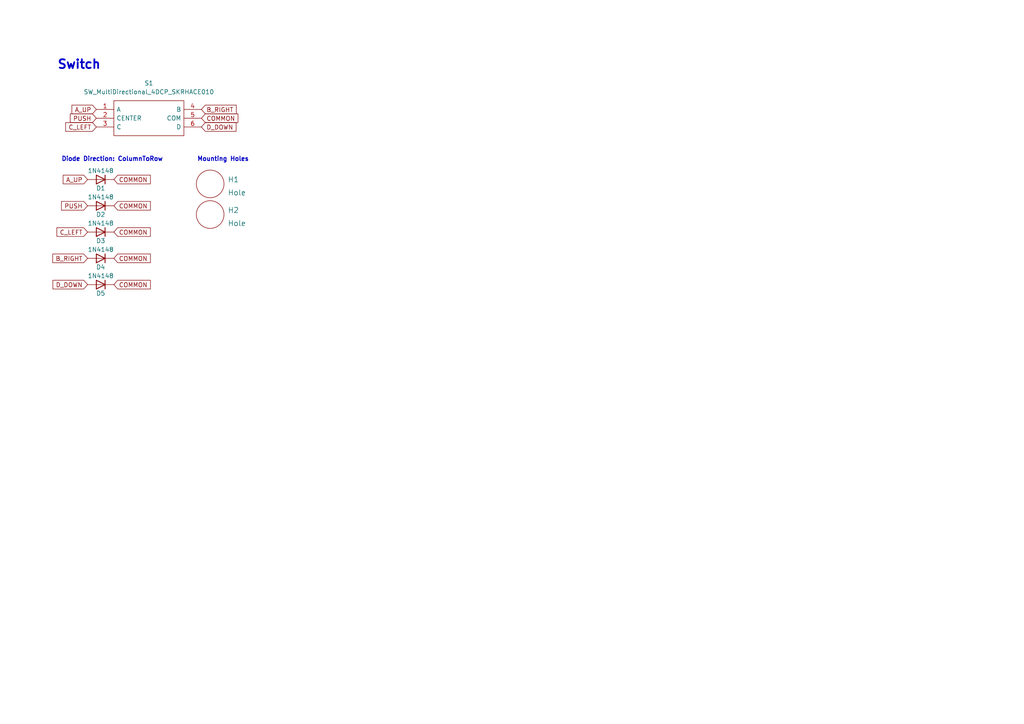
<source format=kicad_sch>
(kicad_sch (version 20211123) (generator eeschema)
  (paper "A4")
  (lib_symbols
    (symbol "1N4148_16" (pin_numbers hide) (pin_names hide)
      (property "Reference" "D" (at 0 2.54 0))
      (property "Value" "1N4148_16" (at 0 -2.54 0))
      (symbol "1N4148_16_0_1"
        (polyline (pts (xy -1.27 1.27) (xy -1.27 -1.27)) (stroke (width 0.254)))
        (polyline (pts (xy 1.27 0) (xy -1.27 0)))
        (polyline (pts (xy 1.27 1.27) (xy 1.27 -1.27) (xy -1.27 0) (xy 1.27 1.27)) (stroke (width 0.254)))
      )
      (symbol "1N4148_16_1_1"
        (pin passive line (at -3.81 0 0) (length 2.54) (name "K") (number "1"))
        (pin passive line (at 3.81 0 180) (length 2.54) (name "A") (number "2"))
      )
    )
    (symbol "Keebrary:Hole" (pin_names (offset 1.016))
      (property "Reference" "H" (at 0 -1.27 0))
      (property "Value" "Hole" (at 0 1.27 0))
      (symbol "Hole_0_1"
        (circle (center 0 0) (radius 4.0132))
      )
    )
    (symbol "Keebrary:SW_MultiDirectional_4DCP_SKRHACE010" (pin_names (offset 0.762))
      (property "Reference" "S" (at 26.67 7.62 0))
      (property "Value" "SW_MultiDirectional_4DCP_SKRHACE010" (at 26.67 5.08 0))
      (symbol "SW_MultiDirectional_4DCP_SKRHACE010_0_0"
        (pin passive line (at 0 0 0) (length 5.08) (name "A") (number "1"))
        (pin passive line (at 0 -2.54 0) (length 5.08) (name "CENTER") (number "2"))
        (pin passive line (at 0 -5.08 0) (length 5.08) (name "C") (number "3"))
        (pin passive line (at 30.48 0 180) (length 5.08) (name "B") (number "4"))
        (pin passive line (at 30.48 -2.54 180) (length 5.08) (name "COM") (number "5"))
        (pin passive line (at 30.48 -5.08 180) (length 5.08) (name "D") (number "6"))
      )
      (symbol "SW_MultiDirectional_4DCP_SKRHACE010_0_1"
        (polyline (pts (xy 5.08 2.54) (xy 25.4 2.54) (xy 25.4 -7.62) (xy 5.08 -7.62) (xy 5.08 2.54)) (stroke (width 0.1524)))
      )
    )
  )
  (text "Mounting Holes" (at 57.15 46.99 0) (effects (font (size 1.27 1.27) (thickness 0.254) bold) (justify left bottom)))
  (text "Switch" (at 16.51 20.32 0) (effects (font (size 2.54 2.54) (thickness 0.508) bold) (justify left bottom)))
  (text "Diode Direction: ColumnToRow" (at 17.78 46.99 0) (effects (font (size 1.27 1.27) (thickness 0.254) bold) (justify left bottom)))
  (global_label "COMMON" (shape input) (at 33.02 67.31 0) (property "Intersheet References" "${INTERSHEET_REFS}" (effects hide)))
  (global_label "D_DOWN" (shape input) (at 58.42 36.83 0) (property "Intersheet References" "${INTERSHEET_REFS}" (effects hide)))
  (global_label "COMMON" (shape input) (at 58.42 34.29 0) (property "Intersheet References" "${INTERSHEET_REFS}" (effects hide)))
  (global_label "D_DOWN" (shape input) (at 25.4 82.55 180) (property "Intersheet References" "${INTERSHEET_REFS}" (effects hide)))
  (global_label "COMMON" (shape input) (at 33.02 74.93 0) (property "Intersheet References" "${INTERSHEET_REFS}" (effects hide)))
  (global_label "C_LEFT" (shape input) (at 27.94 36.83 180) (property "Intersheet References" "${INTERSHEET_REFS}" (effects hide)))
  (global_label "A_UP" (shape input) (at 25.4 52.07 180) (property "Intersheet References" "${INTERSHEET_REFS}" (effects hide)))
  (global_label "COMMON" (shape input) (at 33.02 82.55 0) (property "Intersheet References" "${INTERSHEET_REFS}" (effects hide)))
  (global_label "COMMON" (shape input) (at 33.02 52.07 0) (property "Intersheet References" "${INTERSHEET_REFS}" (effects hide)))
  (global_label "B_RIGHT" (shape input) (at 25.4 74.93 180) (property "Intersheet References" "${INTERSHEET_REFS}" (effects hide)))
  (global_label "C_LEFT" (shape input) (at 25.4 67.31 180) (property "Intersheet References" "${INTERSHEET_REFS}" (effects hide)))
  (global_label "A_UP" (shape input) (at 27.94 31.75 180) (property "Intersheet References" "${INTERSHEET_REFS}" (effects hide)))
  (global_label "PUSH" (shape input) (at 27.94 34.29 180) (property "Intersheet References" "${INTERSHEET_REFS}" (effects hide)))
  (global_label "PUSH" (shape input) (at 25.4 59.69 180) (property "Intersheet References" "${INTERSHEET_REFS}" (effects hide)))
  (global_label "B_RIGHT" (shape input) (at 58.42 31.75 0) (property "Intersheet References" "${INTERSHEET_REFS}" (effects hide)))
  (global_label "COMMON" (shape input) (at 33.02 59.69 0) (property "Intersheet References" "${INTERSHEET_REFS}" (effects hide)))
  (symbol (lib_name "1N4148_16") (lib_id "Diode:1N4148") (at 29.21 67.31 180) (unit 1)
    (property "Reference" "D3" (at 29.21 69.85 0))
    (property "Value" "1N4148" (at 29.21 64.77 0))
    (property "Footprint" "Keebrary:Diode_D_SOD-123_Silkless_Reversible" (effects hide))
    (property "Datasheet" "https://assets.nexperia.com/documents/data-sheet/1N4148_1N4448.pdf" (effects hide))
  )
  (symbol (lib_id "Keebrary:Hole") (at 60.96 62.23 0) (unit 1)
    (property "Reference" "H2" (at 66.04 60.96 0) (effects (font (size 1.524 1.524)) (justify left)))
    (property "Value" "Hole" (at 66.04 64.77 0) (effects (font (size 1.524 1.524)) (justify left)))
    (property "Footprint" "Keebrary:MountingHole_2.3mm_M2_Threaded_ISO14580_Pad" (effects hide))
  )
  (symbol (lib_name "1N4148_16") (lib_id "Diode:1N4148") (at 29.21 52.07 180) (unit 1)
    (property "Reference" "D1" (at 29.21 54.61 0))
    (property "Value" "1N4148" (at 29.21 49.53 0))
    (property "Footprint" "Keebrary:Diode_D_SOD-123_Silkless_Reversible" (effects hide))
    (property "Datasheet" "https://assets.nexperia.com/documents/data-sheet/1N4148_1N4448.pdf" (effects hide))
  )
  (symbol (lib_id "Keebrary:SW_MultiDirectional_4DCP_SKRHACE010") (at 27.94 31.75 0) (unit 1)
    (property "Reference" "S1" (at 43.18 24.13 0))
    (property "Value" "SW_MultiDirectional_4DCP_SKRHACE010" (at 43.18 26.67 0))
    (property "Footprint" "Keebrary:SW_MultiDirectional_4DCP_SKRHACE010_SMD_7.5x7.5mm_Breakout" (effects hide))
    (property "Datasheet" "https://www.alps.com/prod/info/E/HTML/MultiControl/Switch/SKRH/SKRHACE010.html" (effects hide))
    (property "Description" "Multi-Directional Switches 4-directn cntr push w/o boss 500K cycles" (effects hide))
    (property "Manufacturer_Name" "ALPS Electric" (effects hide))
    (property "Manufacturer_Part_Number" "SKRHACE010" (effects hide))
    (property "Mouser Part Number" "688-SKRHAC" (effects hide))
    (property "Mouser Price/Stock" "https://www.mouser.co.uk/ProductDetail/Alps-Alpine/SKRHACE010?qs=seHrhfPpLDxjRn0EPRko3g%3D%3D" (effects hide))
  )
  (symbol (lib_name "1N4148_16") (lib_id "Diode:1N4148") (at 29.21 59.69 180) (unit 1)
    (property "Reference" "D2" (at 29.21 62.23 0))
    (property "Value" "1N4148" (at 29.21 57.15 0))
    (property "Footprint" "Keebrary:Diode_D_SOD-123_Silkless_Reversible" (effects hide))
    (property "Datasheet" "https://assets.nexperia.com/documents/data-sheet/1N4148_1N4448.pdf" (effects hide))
  )
  (symbol (lib_name "1N4148_16") (lib_id "Diode:1N4148") (at 29.21 82.55 180) (unit 1)
    (property "Reference" "D5" (at 29.21 85.09 0))
    (property "Value" "1N4148" (at 29.21 80.01 0))
    (property "Footprint" "Keebrary:Diode_D_SOD-123_Silkless_Reversible" (effects hide))
    (property "Datasheet" "https://assets.nexperia.com/documents/data-sheet/1N4148_1N4448.pdf" (effects hide))
  )
  (symbol (lib_name "1N4148_16") (lib_id "Diode:1N4148") (at 29.21 74.93 180) (unit 1)
    (property "Reference" "D4" (at 29.21 77.47 0))
    (property "Value" "1N4148" (at 29.21 72.39 0))
    (property "Footprint" "Keebrary:Diode_D_SOD-123_Silkless_Reversible" (effects hide))
    (property "Datasheet" "https://assets.nexperia.com/documents/data-sheet/1N4148_1N4448.pdf" (effects hide))
  )
  (symbol (lib_id "Keebrary:Hole") (at 60.96 53.34 0) (unit 1)
    (property "Reference" "H1" (at 66.04 52.07 0) (effects (font (size 1.524 1.524)) (justify left)))
    (property "Value" "Hole" (at 66.04 55.88 0) (effects (font (size 1.524 1.524)) (justify left)))
    (property "Footprint" "Keebrary:MountingHole_2.3mm_M2_Threaded_ISO14580_Pad" (effects hide))
  )
)
</source>
